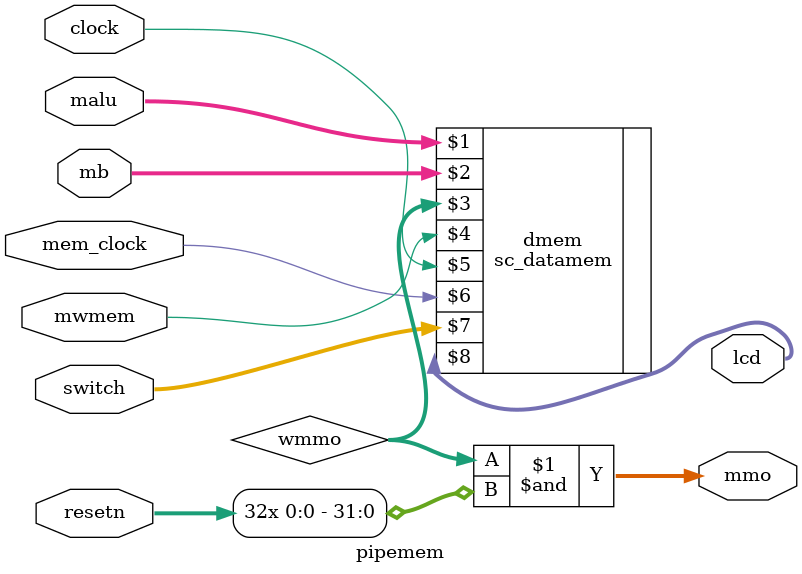
<source format=v>
module pipemem(mwmem, malu, mb, resetn, clock, mem_clock, mmo, switch, lcd);
	input mwmem,resetn;
	input [31:0] malu, mb;
	input clock, mem_clock;
	output [31:0] mmo;
	input [9:0] switch;
	output [41:0] lcd;
	wire [31:0] wmmo;
	
	assign mmo = wmmo & {32{resetn}};
	
	sc_datamem dmem(malu,mb,wmmo,mwmem,clock,mem_clock, switch, lcd);

endmodule

</source>
